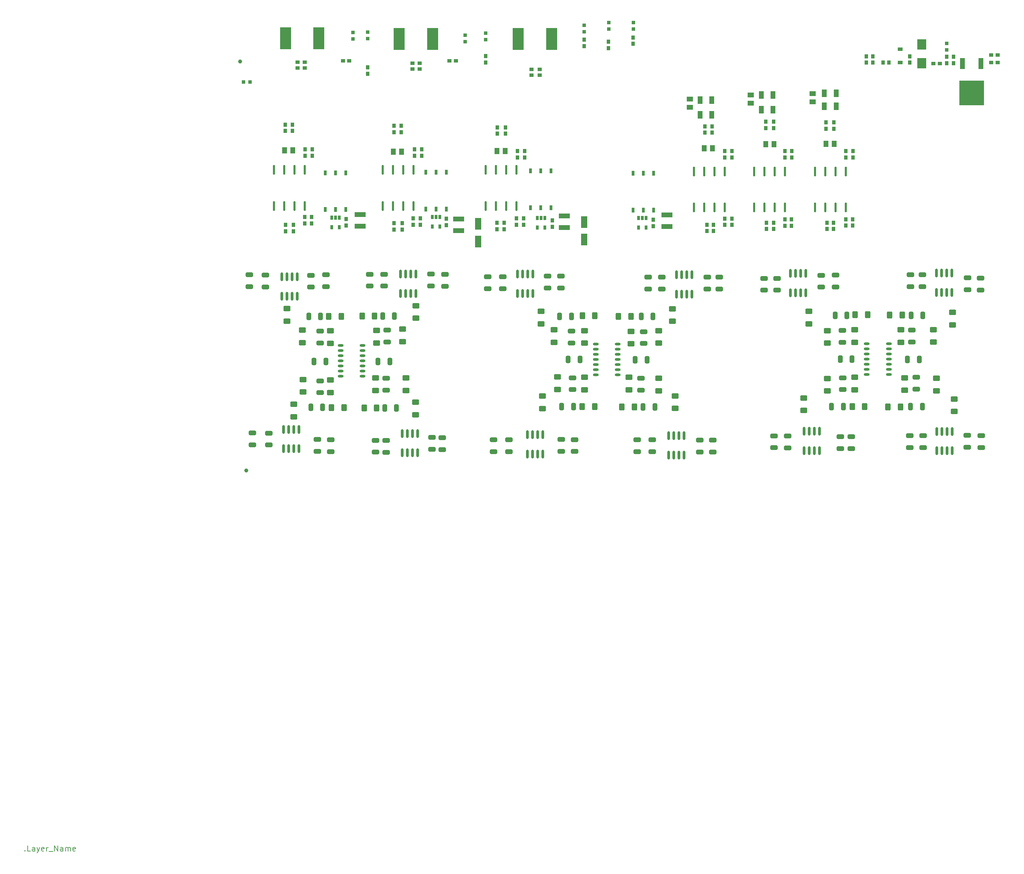
<source format=gbr>
%TF.GenerationSoftware,KiCad,Pcbnew,(5.99.0-10177-gd878cbddbc)*%
%TF.CreationDate,2021-05-05T15:51:09+02:00*%
%TF.ProjectId,TIDA-00555_E2,54494441-2d30-4303-9535-355f45322e6b,rev?*%
%TF.SameCoordinates,Original*%
%TF.FileFunction,Paste,Top*%
%TF.FilePolarity,Positive*%
%FSLAX46Y46*%
G04 Gerber Fmt 4.6, Leading zero omitted, Abs format (unit mm)*
G04 Created by KiCad (PCBNEW (5.99.0-10177-gd878cbddbc)) date 2021-05-05 15:51:09*
%MOMM*%
%LPD*%
G01*
G04 APERTURE LIST*
G04 Aperture macros list*
%AMRoundRect*
0 Rectangle with rounded corners*
0 $1 Rounding radius*
0 $2 $3 $4 $5 $6 $7 $8 $9 X,Y pos of 4 corners*
0 Add a 4 corners polygon primitive as box body*
4,1,4,$2,$3,$4,$5,$6,$7,$8,$9,$2,$3,0*
0 Add four circle primitives for the rounded corners*
1,1,$1+$1,$2,$3*
1,1,$1+$1,$4,$5*
1,1,$1+$1,$6,$7*
1,1,$1+$1,$8,$9*
0 Add four rect primitives between the rounded corners*
20,1,$1+$1,$2,$3,$4,$5,0*
20,1,$1+$1,$4,$5,$6,$7,0*
20,1,$1+$1,$6,$7,$8,$9,0*
20,1,$1+$1,$8,$9,$2,$3,0*%
G04 Aperture macros list end*
%ADD10C,0.203200*%
%ADD11R,0.939800X0.990600*%
%ADD12O,0.599999X2.200001*%
%ADD13RoundRect,0.250000X0.625000X-0.400000X0.625000X0.400000X-0.625000X0.400000X-0.625000X-0.400000X0*%
%ADD14RoundRect,0.250000X0.650000X-0.325000X0.650000X0.325000X-0.650000X0.325000X-0.650000X-0.325000X0*%
%ADD15RoundRect,0.249550X0.650450X-0.325450X0.650450X0.325450X-0.650450X0.325450X-0.650450X-0.325450X0*%
%ADD16RoundRect,0.250000X-0.650000X0.325000X-0.650000X-0.325000X0.650000X-0.325000X0.650000X0.325000X0*%
%ADD17RoundRect,0.249550X-0.650450X0.325450X-0.650450X-0.325450X0.650450X-0.325450X0.650450X0.325450X0*%
%ADD18RoundRect,0.250000X-0.400000X-0.625000X0.400000X-0.625000X0.400000X0.625000X-0.400000X0.625000X0*%
%ADD19R,0.990600X0.939800*%
%ADD20R,1.219200X0.914400*%
%ADD21RoundRect,0.249550X0.325450X0.650450X-0.325450X0.650450X-0.325450X-0.650450X0.325450X-0.650450X0*%
%ADD22RoundRect,0.250000X0.325000X0.650000X-0.325000X0.650000X-0.325000X-0.650000X0.325000X-0.650000X0*%
%ADD23RoundRect,0.250000X-0.325000X-0.650000X0.325000X-0.650000X0.325000X0.650000X-0.325000X0.650000X0*%
%ADD24RoundRect,0.250000X-0.625000X0.400000X-0.625000X-0.400000X0.625000X-0.400000X0.625000X0.400000X0*%
%ADD25R,2.692400X1.295400*%
%ADD26R,0.812800X0.812800*%
%ADD27O,0.584200X2.438400*%
%ADD28RoundRect,0.249600X-0.625400X0.400400X-0.625400X-0.400400X0.625400X-0.400400X0.625400X0.400400X0*%
%ADD29R,1.295400X1.828800*%
%ADD30RoundRect,0.250000X0.400000X0.625000X-0.400000X0.625000X-0.400000X-0.625000X0.400000X-0.625000X0*%
%ADD31R,0.635000X1.270000*%
%ADD32RoundRect,0.249600X0.625400X-0.400400X0.625400X0.400400X-0.625400X0.400400X-0.625400X-0.400400X0*%
%ADD33R,0.635000X1.092200*%
%ADD34C,0.990600*%
%ADD35R,1.270000X1.600200*%
%ADD36R,1.600200X1.270000*%
%ADD37R,2.692400X5.435600*%
%ADD38O,1.450000X0.599999*%
%ADD39R,1.574800X2.997200*%
%ADD40R,2.286000X2.540000*%
%ADD41R,1.193800X2.794000*%
%ADD42R,6.096000X6.096000*%
G04 APERTURE END LIST*
D10*
X27628508Y-229054572D02*
X27695274Y-229118048D01*
X27628508Y-229181524D01*
X27561742Y-229118048D01*
X27628508Y-229054572D01*
X27628508Y-229181524D01*
X28963822Y-229181524D02*
X28296165Y-229181524D01*
X28296165Y-227848532D01*
X30032074Y-229181524D02*
X30032074Y-228483290D01*
X29965308Y-228356338D01*
X29831777Y-228292862D01*
X29564714Y-228292862D01*
X29431182Y-228356338D01*
X30032074Y-229118048D02*
X29898542Y-229181524D01*
X29564714Y-229181524D01*
X29431182Y-229118048D01*
X29364417Y-228991096D01*
X29364417Y-228864145D01*
X29431182Y-228737193D01*
X29564714Y-228673717D01*
X29898542Y-228673717D01*
X30032074Y-228610241D01*
X30566200Y-228292862D02*
X30900028Y-229181524D01*
X31233857Y-228292862D02*
X30900028Y-229181524D01*
X30766497Y-229498903D01*
X30699731Y-229562379D01*
X30566200Y-229625854D01*
X32302108Y-229118048D02*
X32168577Y-229181524D01*
X31901514Y-229181524D01*
X31767982Y-229118048D01*
X31701217Y-228991096D01*
X31701217Y-228483290D01*
X31767982Y-228356338D01*
X31901514Y-228292862D01*
X32168577Y-228292862D01*
X32302108Y-228356338D01*
X32368874Y-228483290D01*
X32368874Y-228610241D01*
X31701217Y-228737193D01*
X32969765Y-229181524D02*
X32969765Y-228292862D01*
X32969765Y-228546766D02*
X33036531Y-228419814D01*
X33103297Y-228356338D01*
X33236828Y-228292862D01*
X33370360Y-228292862D01*
X33503891Y-229308475D02*
X34572142Y-229308475D01*
X34905971Y-229181524D02*
X34905971Y-227848532D01*
X35707160Y-229181524D01*
X35707160Y-227848532D01*
X36975708Y-229181524D02*
X36975708Y-228483290D01*
X36908942Y-228356338D01*
X36775411Y-228292862D01*
X36508348Y-228292862D01*
X36374817Y-228356338D01*
X36975708Y-229118048D02*
X36842177Y-229181524D01*
X36508348Y-229181524D01*
X36374817Y-229118048D01*
X36308051Y-228991096D01*
X36308051Y-228864145D01*
X36374817Y-228737193D01*
X36508348Y-228673717D01*
X36842177Y-228673717D01*
X36975708Y-228610241D01*
X37643365Y-229181524D02*
X37643365Y-228292862D01*
X37643365Y-228419814D02*
X37710131Y-228356338D01*
X37843662Y-228292862D01*
X38043960Y-228292862D01*
X38177491Y-228356338D01*
X38244257Y-228483290D01*
X38244257Y-229181524D01*
X38244257Y-228483290D02*
X38311022Y-228356338D01*
X38444554Y-228292862D01*
X38644851Y-228292862D01*
X38778382Y-228356338D01*
X38845148Y-228483290D01*
X38845148Y-229181524D01*
X40046931Y-229118048D02*
X39913400Y-229181524D01*
X39646337Y-229181524D01*
X39512805Y-229118048D01*
X39446040Y-228991096D01*
X39446040Y-228483290D01*
X39512805Y-228356338D01*
X39646337Y-228292862D01*
X39913400Y-228292862D01*
X40046931Y-228356338D01*
X40113697Y-228483290D01*
X40113697Y-228610241D01*
X39446040Y-228737193D01*
D11*
%TO.C,R4*%
X93786800Y-49199800D03*
X93786800Y-50774600D03*
%TD*%
%TO.C,C43*%
X217459400Y-55727600D03*
X217459400Y-57302400D03*
%TD*%
D12*
%TO.C,U31*%
X153369400Y-86195200D03*
X152099400Y-86195200D03*
X150829400Y-86195200D03*
X149559400Y-86195200D03*
X149559400Y-90995200D03*
X150829400Y-90995200D03*
X152099400Y-90995200D03*
X153369400Y-90995200D03*
%TD*%
D13*
%TO.C,R109*%
X184505600Y-103353200D03*
X184505600Y-100253200D03*
%TD*%
D12*
%TO.C,U29*%
X120980200Y-130517600D03*
X122250200Y-130517600D03*
X123520200Y-130517600D03*
X124790200Y-130517600D03*
X124790200Y-125717600D03*
X123520200Y-125717600D03*
X122250200Y-125717600D03*
X120980200Y-125717600D03*
%TD*%
D14*
%TO.C,C196*%
X199491600Y-89949200D03*
D15*
X199491600Y-86999200D03*
%TD*%
D16*
%TO.C,C24*%
X100634800Y-112672600D03*
D17*
X100634800Y-115622600D03*
%TD*%
D13*
%TO.C,R30*%
X96266000Y-103200800D03*
X96266000Y-100100800D03*
%TD*%
D14*
%TO.C,C210*%
X224739200Y-89460600D03*
D15*
X224739200Y-86510600D03*
%TD*%
D13*
%TO.C,R113*%
X184454800Y-115138800D03*
X184454800Y-112038800D03*
%TD*%
D18*
%TO.C,R50*%
X111581600Y-119380000D03*
X114681600Y-119380000D03*
%TD*%
D19*
%TO.C,FB10*%
X254050800Y-34061400D03*
X252476000Y-34061400D03*
%TD*%
D20*
%TO.C,D13*%
X244246400Y-33782000D03*
X244246400Y-30530800D03*
%TD*%
D14*
%TO.C,C222*%
X260828000Y-129135400D03*
D15*
X260828000Y-126185400D03*
%TD*%
D19*
%TO.C,FB6*%
X155051600Y-35458400D03*
X155051600Y-36931600D03*
%TD*%
D21*
%TO.C,C186*%
X117959400Y-107848400D03*
D22*
X115009400Y-107848400D03*
%TD*%
D14*
%TO.C,C223*%
X264363200Y-129186200D03*
D15*
X264363200Y-126236200D03*
%TD*%
D23*
%TO.C,C22*%
X97839000Y-96672400D03*
X100789000Y-96672400D03*
%TD*%
D11*
%TO.C,C31*%
X98739800Y-55346600D03*
X98739800Y-56921400D03*
%TD*%
D24*
%TO.C,R112*%
X188518800Y-116407600D03*
X188518800Y-119507600D03*
%TD*%
%TO.C,R42*%
X121056400Y-99846800D03*
X121056400Y-102946800D03*
%TD*%
D16*
%TO.C,C215*%
X246786400Y-86360000D03*
D17*
X246786400Y-89310000D03*
%TD*%
D25*
%TO.C,C25*%
X161096800Y-74726800D03*
X161096800Y-71831200D03*
%TD*%
D26*
%TO.C,D2*%
X108772800Y-27990800D03*
X108772800Y-26365200D03*
%TD*%
D13*
%TO.C,R46*%
X124307600Y-121082400D03*
X124307600Y-117982400D03*
%TD*%
D26*
%TO.C,D6*%
X166049800Y-26212800D03*
X166049800Y-24587200D03*
%TD*%
D24*
%TO.C,R48*%
X121920000Y-111988000D03*
X121920000Y-115088000D03*
%TD*%
D16*
%TO.C,C213*%
X213817200Y-87272600D03*
D17*
X213817200Y-90222600D03*
%TD*%
D27*
%TO.C,U5*%
X149235000Y-60426600D03*
X146695000Y-60426600D03*
X144155000Y-60426600D03*
X141615000Y-60426600D03*
X141615000Y-69367400D03*
X144155000Y-69367400D03*
X146695000Y-69367400D03*
X149235000Y-69367400D03*
%TD*%
D28*
%TO.C,R110*%
X177596800Y-100405600D03*
D24*
X177596800Y-103505600D03*
%TD*%
D27*
%TO.C,U1*%
X96834800Y-60426600D03*
X94294800Y-60426600D03*
X91754800Y-60426600D03*
X89214800Y-60426600D03*
X89214800Y-69367400D03*
X91754800Y-69367400D03*
X94294800Y-69367400D03*
X96834800Y-69367400D03*
%TD*%
D16*
%TO.C,C204*%
X179158900Y-127290300D03*
D17*
X179158900Y-130240300D03*
%TD*%
D11*
%TO.C,C56*%
X151038400Y-72415400D03*
X151038400Y-73990200D03*
%TD*%
%TO.C,C62*%
X217383200Y-72669400D03*
X217383200Y-74244200D03*
%TD*%
D14*
%TO.C,C202*%
X197904100Y-130291100D03*
D15*
X197904100Y-127341100D03*
%TD*%
D11*
%TO.C,R76*%
X255803400Y-32385000D03*
X255803400Y-33959800D03*
%TD*%
%TO.C,C38*%
X151292400Y-55727600D03*
X151292400Y-57302400D03*
%TD*%
D29*
%TO.C,R72*%
X209890200Y-41808400D03*
X212785800Y-41808400D03*
%TD*%
D25*
%TO.C,C14*%
X134934800Y-75438000D03*
X134934800Y-72542400D03*
%TD*%
D11*
%TO.C,C5*%
X107121800Y-74193400D03*
X107121800Y-72618600D03*
%TD*%
%TO.C,R26*%
X146593400Y-49860200D03*
X146593400Y-51435000D03*
%TD*%
%TO.C,R57*%
X178140200Y-27584400D03*
X178140200Y-29159200D03*
%TD*%
D30*
%TO.C,R111*%
X177622800Y-96672400D03*
X174522800Y-96672400D03*
%TD*%
D11*
%TO.C,C8*%
X149539800Y-57302400D03*
X149539800Y-55727600D03*
%TD*%
D29*
%TO.C,R84*%
X225511200Y-44627800D03*
X228406800Y-44627800D03*
%TD*%
D18*
%TO.C,R131*%
X241680400Y-96367600D03*
X244780400Y-96367600D03*
%TD*%
D22*
%TO.C,C207*%
X165000200Y-107340400D03*
D21*
X162050200Y-107340400D03*
%TD*%
D24*
%TO.C,R129*%
X252476000Y-99999200D03*
X252476000Y-103099200D03*
%TD*%
D11*
%TO.C,C3*%
X124012800Y-56921400D03*
X124012800Y-55346600D03*
%TD*%
D24*
%TO.C,R36*%
X103225600Y-112496000D03*
D28*
X103225600Y-115596000D03*
%TD*%
D13*
%TO.C,R38*%
X124409200Y-97155600D03*
X124409200Y-94055600D03*
%TD*%
D24*
%TO.C,R132*%
X220421200Y-116915600D03*
X220421200Y-120015600D03*
%TD*%
D16*
%TO.C,C212*%
X210566000Y-87272600D03*
D17*
X210566000Y-90222600D03*
%TD*%
D11*
%TO.C,C64*%
X215706800Y-74244200D03*
X215706800Y-72669400D03*
%TD*%
D14*
%TO.C,C216*%
X260961400Y-90121000D03*
D15*
X260961400Y-87171000D03*
%TD*%
D22*
%TO.C,C227*%
X232359200Y-107289600D03*
D21*
X229409200Y-107289600D03*
%TD*%
D11*
%TO.C,C52*%
X235864400Y-33832800D03*
X235864400Y-32258000D03*
%TD*%
D31*
%TO.C,T2*%
X126806800Y-70104000D03*
X129346800Y-70104000D03*
X131886800Y-70104000D03*
X131886800Y-60985400D03*
X129346800Y-60985400D03*
X126806800Y-60985400D03*
%TD*%
D27*
%TO.C,U11*%
X200847800Y-60782200D03*
X198307800Y-60782200D03*
X195767800Y-60782200D03*
X193227800Y-60782200D03*
X193227800Y-69723000D03*
X195767800Y-69723000D03*
X198307800Y-69723000D03*
X200847800Y-69723000D03*
%TD*%
D32*
%TO.C,R122*%
X166116000Y-114884800D03*
D13*
X166116000Y-111784800D03*
%TD*%
D16*
%TO.C,C164*%
X248208800Y-111809000D03*
D17*
X248208800Y-114759000D03*
%TD*%
D16*
%TO.C,C48*%
X163169600Y-111910600D03*
D17*
X163169600Y-114860600D03*
%TD*%
D25*
%TO.C,C50*%
X186547600Y-74472800D03*
X186547600Y-71577200D03*
%TD*%
D14*
%TO.C,C35*%
X117246400Y-103075000D03*
D15*
X117246400Y-100125000D03*
%TD*%
D22*
%TO.C,C29*%
X101297000Y-119227600D03*
X98347000Y-119227600D03*
%TD*%
D11*
%TO.C,C19*%
X230819800Y-57302400D03*
X230819800Y-55727600D03*
%TD*%
D14*
%TO.C,C191*%
X157001600Y-89663800D03*
D15*
X157001600Y-86713800D03*
%TD*%
D27*
%TO.C,U12*%
X215706800Y-60782200D03*
X213166800Y-60782200D03*
X210626800Y-60782200D03*
X208086800Y-60782200D03*
X208086800Y-69723000D03*
X210626800Y-69723000D03*
X213166800Y-69723000D03*
X215706800Y-69723000D03*
%TD*%
D19*
%TO.C,C66*%
X266827000Y-33807400D03*
X268401800Y-33807400D03*
%TD*%
D31*
%TO.C,T1*%
X101914800Y-70231000D03*
X104454800Y-70231000D03*
X106994800Y-70231000D03*
X106994800Y-61112400D03*
X104454800Y-61112400D03*
X101914800Y-61112400D03*
%TD*%
D19*
%TO.C,FB5*%
X153019600Y-35458400D03*
X153019600Y-36931600D03*
%TD*%
D11*
%TO.C,FB7*%
X241477800Y-33782000D03*
X240004600Y-33782000D03*
%TD*%
D12*
%TO.C,U36*%
X220903800Y-86042800D03*
X219633800Y-86042800D03*
X218363800Y-86042800D03*
X217093800Y-86042800D03*
X217093800Y-90842800D03*
X218363800Y-90842800D03*
X219633800Y-90842800D03*
X220903800Y-90842800D03*
%TD*%
D23*
%TO.C,C41*%
X180592200Y-119176800D03*
X183542200Y-119176800D03*
%TD*%
D14*
%TO.C,C158*%
X229971600Y-103125800D03*
D15*
X229971600Y-100175800D03*
%TD*%
D33*
%TO.C,U4*%
X130286600Y-72085200D03*
X129346800Y-72085200D03*
X128407000Y-72085200D03*
X128407000Y-74472800D03*
X130286600Y-74472800D03*
%TD*%
D30*
%TO.C,R115*%
X178486400Y-119176800D03*
X175386400Y-119176800D03*
%TD*%
D33*
%TO.C,U10*%
X181391400Y-72339200D03*
X180451600Y-72339200D03*
X179511800Y-72339200D03*
X179511800Y-74726800D03*
X181391400Y-74726800D03*
%TD*%
D14*
%TO.C,C183*%
X130911600Y-129694200D03*
D15*
X130911600Y-126744200D03*
%TD*%
D16*
%TO.C,C219*%
X213055200Y-126303500D03*
D17*
X213055200Y-129253500D03*
%TD*%
D34*
%TO.C,FID1*%
X80832800Y-33528000D03*
%TD*%
D11*
%TO.C,R12*%
X118932800Y-73634600D03*
X118932800Y-75209400D03*
%TD*%
D34*
%TO.C,FID2*%
X82423000Y-134874000D03*
%TD*%
D16*
%TO.C,C194*%
X181864000Y-86946600D03*
D17*
X181864000Y-89896600D03*
%TD*%
D11*
%TO.C,R3*%
X92135800Y-74015600D03*
X92135800Y-75590400D03*
%TD*%
D33*
%TO.C,U2*%
X105394600Y-72212200D03*
X104454800Y-72212200D03*
X103515000Y-72212200D03*
X103515000Y-74599800D03*
X105394600Y-74599800D03*
%TD*%
D12*
%TO.C,U33*%
X192709800Y-86398400D03*
X191439800Y-86398400D03*
X190169800Y-86398400D03*
X188899800Y-86398400D03*
X188899800Y-91198400D03*
X190169800Y-91198400D03*
X191439800Y-91198400D03*
X192709800Y-91198400D03*
%TD*%
D22*
%TO.C,C37*%
X119585000Y-119380000D03*
X116635000Y-119380000D03*
%TD*%
D11*
%TO.C,C70*%
X230845200Y-74218800D03*
X230845200Y-72644000D03*
%TD*%
D12*
%TO.C,U28*%
X124354200Y-86246000D03*
X123084200Y-86246000D03*
X121814200Y-86246000D03*
X120544200Y-86246000D03*
X120544200Y-91046000D03*
X121814200Y-91046000D03*
X123084200Y-91046000D03*
X124354200Y-91046000D03*
%TD*%
D14*
%TO.C,C197*%
X196545200Y-89949200D03*
D15*
X196545200Y-86999200D03*
%TD*%
D35*
%TO.C,C2*%
X93913800Y-55575200D03*
X91881800Y-55575200D03*
%TD*%
D11*
%TO.C,R86*%
X225917600Y-48615600D03*
X225917600Y-50190400D03*
%TD*%
D26*
%TO.C,D11*%
X178191000Y-25501600D03*
X178191000Y-23876000D03*
%TD*%
D13*
%TO.C,R118*%
X166116000Y-103353200D03*
D32*
X166116000Y-100253200D03*
%TD*%
D35*
%TO.C,C61*%
X213039800Y-54076600D03*
X211007800Y-54076600D03*
%TD*%
D12*
%TO.C,U37*%
X257024400Y-85941200D03*
X255754400Y-85941200D03*
X254484400Y-85941200D03*
X253214400Y-85941200D03*
X253214400Y-90741200D03*
X254484400Y-90741200D03*
X255754400Y-90741200D03*
X257024400Y-90741200D03*
%TD*%
D11*
%TO.C,C54*%
X125460600Y-72415400D03*
X125460600Y-73990200D03*
%TD*%
D13*
%TO.C,R125*%
X226263200Y-103353200D03*
X226263200Y-100253200D03*
%TD*%
D35*
%TO.C,C9*%
X120863200Y-55880000D03*
X118831200Y-55880000D03*
%TD*%
D11*
%TO.C,R7*%
X112455800Y-35026600D03*
X112455800Y-36601400D03*
%TD*%
D25*
%TO.C,C6*%
X110550800Y-74345800D03*
X110550800Y-71450200D03*
%TD*%
D16*
%TO.C,C225*%
X249936000Y-126287000D03*
D17*
X249936000Y-129237000D03*
%TD*%
D21*
%TO.C,C206*%
X181611800Y-107442000D03*
D22*
X178661800Y-107442000D03*
%TD*%
D28*
%TO.C,R126*%
X232968800Y-100050000D03*
D24*
X232968800Y-103150000D03*
%TD*%
D14*
%TO.C,C200*%
X160354400Y-130177400D03*
D15*
X160354400Y-127227400D03*
%TD*%
D18*
%TO.C,R139*%
X241223200Y-119126000D03*
X244323200Y-119126000D03*
%TD*%
D16*
%TO.C,C172*%
X83180800Y-86358200D03*
D17*
X83180800Y-89308200D03*
%TD*%
D11*
%TO.C,C11*%
X200847800Y-57302400D03*
X200847800Y-55727600D03*
%TD*%
%TO.C,R5*%
X94040800Y-74015600D03*
X94040800Y-75590400D03*
%TD*%
D12*
%TO.C,U38*%
X220497400Y-129958800D03*
X221767400Y-129958800D03*
X223037400Y-129958800D03*
X224307400Y-129958800D03*
X224307400Y-125158800D03*
X223037400Y-125158800D03*
X221767400Y-125158800D03*
X220497400Y-125158800D03*
%TD*%
D13*
%TO.C,R116*%
X155346400Y-98578000D03*
X155346400Y-95478000D03*
%TD*%
D11*
%TO.C,C45*%
X98587400Y-72110600D03*
X98587400Y-73685400D03*
%TD*%
D14*
%TO.C,C220*%
X229463600Y-129440200D03*
D15*
X229463600Y-126490200D03*
%TD*%
D16*
%TO.C,C156*%
X180086000Y-112063000D03*
D17*
X180086000Y-115013000D03*
%TD*%
D12*
%TO.C,U26*%
X94970600Y-86906400D03*
X93700600Y-86906400D03*
X92430600Y-86906400D03*
X91160600Y-86906400D03*
X91160600Y-91706400D03*
X92430600Y-91706400D03*
X93700600Y-91706400D03*
X94970600Y-91706400D03*
%TD*%
D14*
%TO.C,C170*%
X98399600Y-89460600D03*
D15*
X98399600Y-86510600D03*
%TD*%
D24*
%TO.C,R114*%
X177088800Y-111784800D03*
D28*
X177088800Y-114884800D03*
%TD*%
D11*
%TO.C,R77*%
X212912800Y-48463200D03*
X212912800Y-50038000D03*
%TD*%
D19*
%TO.C,C65*%
X266827000Y-31902400D03*
X268401800Y-31902400D03*
%TD*%
D11*
%TO.C,R55*%
X172018800Y-28676600D03*
X172018800Y-30251400D03*
%TD*%
D14*
%TO.C,C40*%
X162864800Y-103278200D03*
D15*
X162864800Y-100328200D03*
%TD*%
D11*
%TO.C,C13*%
X131886800Y-74066400D03*
X131886800Y-72491600D03*
%TD*%
D16*
%TO.C,C214*%
X249783600Y-86409000D03*
D17*
X249783600Y-89359000D03*
%TD*%
D16*
%TO.C,C224*%
X246634000Y-126287000D03*
D17*
X246634000Y-129237000D03*
%TD*%
D36*
%TO.C,R59*%
X192211800Y-42849800D03*
X192211800Y-44881800D03*
%TD*%
D26*
%TO.C,D1*%
X81671000Y-38608000D03*
X83296600Y-38608000D03*
%TD*%
D37*
%TO.C,R22*%
X149717600Y-27940000D03*
X157998000Y-27940000D03*
%TD*%
D12*
%TO.C,U32*%
X151968200Y-130822400D03*
X153238200Y-130822400D03*
X154508200Y-130822400D03*
X155778200Y-130822400D03*
X155778200Y-126022400D03*
X154508200Y-126022400D03*
X153238200Y-126022400D03*
X151968200Y-126022400D03*
%TD*%
D11*
%TO.C,C1*%
X96961800Y-56921400D03*
X96961800Y-55346600D03*
%TD*%
%TO.C,R65*%
X197672800Y-49606200D03*
X197672800Y-51181000D03*
%TD*%
D12*
%TO.C,U39*%
X253284200Y-130009600D03*
X254554200Y-130009600D03*
X255824200Y-130009600D03*
X257094200Y-130009600D03*
X257094200Y-125209600D03*
X255824200Y-125209600D03*
X254554200Y-125209600D03*
X253284200Y-125209600D03*
%TD*%
D14*
%TO.C,C211*%
X228295200Y-89409800D03*
D15*
X228295200Y-86459800D03*
%TD*%
D19*
%TO.C,FB4*%
X125333600Y-33934400D03*
X125333600Y-35407600D03*
%TD*%
D14*
%TO.C,C171*%
X102108000Y-89359000D03*
D15*
X102108000Y-86409000D03*
%TD*%
D19*
%TO.C,FB2*%
X96885600Y-33680400D03*
X96885600Y-35153600D03*
%TD*%
D11*
%TO.C,R23*%
X144459800Y-73507600D03*
X144459800Y-75082400D03*
%TD*%
D22*
%TO.C,C155*%
X162917400Y-96723200D03*
X159967400Y-96723200D03*
%TD*%
D26*
%TO.C,D4*%
X136585800Y-28625800D03*
X136585800Y-27000200D03*
%TD*%
D11*
%TO.C,R15*%
X120964800Y-73634600D03*
X120964800Y-75209400D03*
%TD*%
D16*
%TO.C,C184*%
X114350800Y-127404600D03*
D17*
X114350800Y-130354600D03*
%TD*%
D14*
%TO.C,C180*%
X100025200Y-130151400D03*
D15*
X100025200Y-127201400D03*
%TD*%
D18*
%TO.C,R123*%
X165531200Y-119024400D03*
X168631200Y-119024400D03*
%TD*%
D11*
%TO.C,R74*%
X211007800Y-48463200D03*
X211007800Y-50038000D03*
%TD*%
D16*
%TO.C,C199*%
X143590400Y-127278200D03*
D17*
X143590400Y-130228200D03*
%TD*%
D35*
%TO.C,C55*%
X197799800Y-55092600D03*
X195767800Y-55092600D03*
%TD*%
D37*
%TO.C,R9*%
X120253600Y-27940000D03*
X128534000Y-27940000D03*
%TD*%
D16*
%TO.C,C205*%
X182867300Y-127290300D03*
D17*
X182867300Y-130240300D03*
%TD*%
D29*
%TO.C,R85*%
X225511200Y-41402000D03*
X228406800Y-41402000D03*
%TD*%
D14*
%TO.C,C177*%
X131542400Y-89257400D03*
D15*
X131542400Y-86307400D03*
%TD*%
D36*
%TO.C,R83*%
X222615600Y-41478200D03*
X222615600Y-43510200D03*
%TD*%
D24*
%TO.C,R134*%
X232968800Y-111809600D03*
D28*
X232968800Y-114909600D03*
%TD*%
D26*
%TO.C,D3*%
X112455800Y-26289000D03*
X112455800Y-27914600D03*
%TD*%
%TO.C,D9*%
X172095000Y-23901400D03*
X172095000Y-25527000D03*
%TD*%
D11*
%TO.C,C53*%
X237515400Y-33832800D03*
X237515400Y-32258000D03*
%TD*%
%TO.C,C58*%
X246659400Y-33832800D03*
X246659400Y-32258000D03*
%TD*%
D22*
%TO.C,C163*%
X230227400Y-119024400D03*
X227277400Y-119024400D03*
%TD*%
D11*
%TO.C,C67*%
X232521600Y-72644000D03*
X232521600Y-74218800D03*
%TD*%
%TO.C,R63*%
X195894800Y-49606200D03*
X195894800Y-51181000D03*
%TD*%
D24*
%TO.C,R124*%
X221691200Y-95478000D03*
X221691200Y-98578000D03*
%TD*%
D11*
%TO.C,R64*%
X196402800Y-73990200D03*
X196402800Y-75565000D03*
%TD*%
D13*
%TO.C,R120*%
X155702000Y-119558400D03*
X155702000Y-116458400D03*
%TD*%
D21*
%TO.C,C226*%
X249023400Y-107340400D03*
D22*
X246073400Y-107340400D03*
%TD*%
D11*
%TO.C,R75*%
X211134800Y-73482200D03*
X211134800Y-75057000D03*
%TD*%
D24*
%TO.C,R137*%
X253238000Y-112038800D03*
X253238000Y-115138800D03*
%TD*%
D19*
%TO.C,FB3*%
X123555600Y-33934400D03*
X123555600Y-35407600D03*
%TD*%
D16*
%TO.C,C174*%
X116476000Y-86256600D03*
D17*
X116476000Y-89206600D03*
%TD*%
D30*
%TO.C,R135*%
X235484000Y-119024400D03*
X232384000Y-119024400D03*
%TD*%
D16*
%TO.C,C185*%
X117043200Y-127455400D03*
D17*
X117043200Y-130405400D03*
%TD*%
D14*
%TO.C,C182*%
X128371600Y-129643400D03*
D15*
X128371600Y-126693400D03*
%TD*%
D30*
%TO.C,R32*%
X105893200Y-96672400D03*
X102793200Y-96672400D03*
%TD*%
D24*
%TO.C,R117*%
X158597600Y-100050000D03*
X158597600Y-103150000D03*
%TD*%
D29*
%TO.C,R61*%
X194701000Y-46786800D03*
X197596600Y-46786800D03*
%TD*%
D11*
%TO.C,C12*%
X123733400Y-73990200D03*
X123733400Y-72415400D03*
%TD*%
D14*
%TO.C,C21*%
X100685600Y-103278200D03*
D15*
X100685600Y-100328200D03*
%TD*%
D37*
%TO.C,R1*%
X92085000Y-27813000D03*
X100365400Y-27813000D03*
%TD*%
D13*
%TO.C,R43*%
X114604800Y-103302400D03*
D32*
X114604800Y-100202400D03*
%TD*%
D12*
%TO.C,U34*%
X186969400Y-131076400D03*
X188239400Y-131076400D03*
X189509400Y-131076400D03*
X190779400Y-131076400D03*
X190779400Y-126276400D03*
X189509400Y-126276400D03*
X188239400Y-126276400D03*
X186969400Y-126276400D03*
%TD*%
D38*
%TO.C,U25*%
X105732999Y-103936800D03*
X105732999Y-105206800D03*
X105732999Y-106476800D03*
X105732999Y-107746800D03*
X105732999Y-109016800D03*
X105732999Y-110286800D03*
X105732999Y-111556800D03*
X111182998Y-111556800D03*
X111182998Y-110286800D03*
X111182998Y-109016800D03*
X111182998Y-107746800D03*
X111182998Y-106476800D03*
X111182998Y-105206800D03*
X111182998Y-103936800D03*
%TD*%
D11*
%TO.C,R66*%
X198053800Y-73990200D03*
X198053800Y-75565000D03*
%TD*%
D13*
%TO.C,R35*%
X96418400Y-115443600D03*
X96418400Y-112343600D03*
%TD*%
D14*
%TO.C,C201*%
X163677600Y-130181000D03*
D15*
X163677600Y-127231000D03*
%TD*%
D16*
%TO.C,C192*%
X145876400Y-86917000D03*
D17*
X145876400Y-89867000D03*
%TD*%
D16*
%TO.C,C173*%
X87092400Y-86459800D03*
D17*
X87092400Y-89409800D03*
%TD*%
D39*
%TO.C,C28*%
X166024400Y-73329800D03*
X166024400Y-77698600D03*
%TD*%
D11*
%TO.C,R25*%
X146237800Y-73507600D03*
X146237800Y-75082400D03*
%TD*%
D29*
%TO.C,R60*%
X194701000Y-43103800D03*
X197596600Y-43103800D03*
%TD*%
D12*
%TO.C,U27*%
X91617800Y-129501600D03*
X92887800Y-129501600D03*
X94157800Y-129501600D03*
X95427800Y-129501600D03*
X95427800Y-124701600D03*
X94157800Y-124701600D03*
X92887800Y-124701600D03*
X91617800Y-124701600D03*
%TD*%
D11*
%TO.C,C49*%
X183118600Y-74320400D03*
X183118600Y-72745600D03*
%TD*%
%TO.C,R24*%
X144561400Y-49860200D03*
X144561400Y-51435000D03*
%TD*%
D35*
%TO.C,C18*%
X146466400Y-55727600D03*
X144434400Y-55727600D03*
%TD*%
D32*
%TO.C,R49*%
X114350800Y-115088000D03*
D13*
X114350800Y-111988000D03*
%TD*%
%TO.C,R130*%
X244449600Y-103150000D03*
D32*
X244449600Y-100050000D03*
%TD*%
D38*
%TO.C,U30*%
X168877399Y-103581200D03*
X168877399Y-104851200D03*
X168877399Y-106121200D03*
X168877399Y-107391200D03*
X168877399Y-108661200D03*
X168877399Y-109931200D03*
X168877399Y-111201200D03*
X174327398Y-111201200D03*
X174327398Y-109931200D03*
X174327398Y-108661200D03*
X174327398Y-107391200D03*
X174327398Y-106121200D03*
X174327398Y-104851200D03*
X174327398Y-103581200D03*
%TD*%
D40*
%TO.C,C59*%
X249580400Y-34010600D03*
X249580400Y-29286200D03*
%TD*%
D35*
%TO.C,C68*%
X227949600Y-53975000D03*
X225917600Y-53975000D03*
%TD*%
D19*
%TO.C,FB1*%
X95107600Y-33680400D03*
X95107600Y-35153600D03*
%TD*%
D11*
%TO.C,C42*%
X202575000Y-55727600D03*
X202575000Y-57302400D03*
%TD*%
D23*
%TO.C,C160*%
X246937000Y-96418400D03*
X249887000Y-96418400D03*
%TD*%
D14*
%TO.C,C161*%
X247142000Y-103024200D03*
D15*
X247142000Y-100074200D03*
%TD*%
D11*
%TO.C,R33*%
X166049800Y-28168600D03*
X166049800Y-29743400D03*
%TD*%
D17*
%TO.C,C36*%
X117043200Y-112063000D03*
X117043200Y-115013000D03*
%TD*%
D13*
%TO.C,R136*%
X257606800Y-120269600D03*
X257606800Y-117169600D03*
%TD*%
D14*
%TO.C,C190*%
X160303600Y-89663800D03*
D15*
X160303600Y-86713800D03*
%TD*%
D14*
%TO.C,C217*%
X264160000Y-90171800D03*
D15*
X264160000Y-87221800D03*
%TD*%
D14*
%TO.C,C221*%
X232156000Y-129440200D03*
D15*
X232156000Y-126490200D03*
%TD*%
D11*
%TO.C,C17*%
X215706800Y-57302400D03*
X215706800Y-55727600D03*
%TD*%
D23*
%TO.C,C34*%
X116127000Y-96621600D03*
X119077000Y-96621600D03*
%TD*%
D16*
%TO.C,C162*%
X230022400Y-111910600D03*
D17*
X230022400Y-114860600D03*
%TD*%
D26*
%TO.C,D14*%
X255803400Y-29057600D03*
X255803400Y-30683200D03*
%TD*%
D16*
%TO.C,C175*%
X112920000Y-86256600D03*
D17*
X112920000Y-89206600D03*
%TD*%
D11*
%TO.C,C23*%
X158201200Y-74498200D03*
X158201200Y-72923400D03*
%TD*%
D24*
%TO.C,R29*%
X92456000Y-94766800D03*
X92456000Y-97866800D03*
%TD*%
D30*
%TO.C,R37*%
X106604400Y-119278400D03*
X103504400Y-119278400D03*
%TD*%
D24*
%TO.C,R121*%
X159461200Y-111734000D03*
X159461200Y-114834000D03*
%TD*%
D18*
%TO.C,R45*%
X111073600Y-96621600D03*
X114173600Y-96621600D03*
%TD*%
D24*
%TO.C,R34*%
X94132400Y-118490400D03*
X94132400Y-121590400D03*
%TD*%
D11*
%TO.C,R14*%
X120736200Y-49504600D03*
X120736200Y-51079400D03*
%TD*%
%TO.C,C33*%
X125790800Y-55346600D03*
X125790800Y-56921400D03*
%TD*%
D22*
%TO.C,C39*%
X183085000Y-96672400D03*
X180135000Y-96672400D03*
%TD*%
D23*
%TO.C,C157*%
X160424600Y-119024400D03*
X163374600Y-119024400D03*
%TD*%
D22*
%TO.C,C165*%
X249734600Y-119075200D03*
X246784600Y-119075200D03*
%TD*%
D11*
%TO.C,C57*%
X200847800Y-74041000D03*
X200847800Y-72466200D03*
%TD*%
D36*
%TO.C,R71*%
X207274000Y-41833800D03*
X207274000Y-43865800D03*
%TD*%
D30*
%TO.C,R127*%
X236195200Y-96316800D03*
X233095200Y-96316800D03*
%TD*%
D27*
%TO.C,U14*%
X230819800Y-60782200D03*
X228279800Y-60782200D03*
X225739800Y-60782200D03*
X223199800Y-60782200D03*
X223199800Y-69723000D03*
X225739800Y-69723000D03*
X228279800Y-69723000D03*
X230819800Y-69723000D03*
%TD*%
D39*
%TO.C,C16*%
X139760800Y-73761600D03*
X139760800Y-78130400D03*
%TD*%
D14*
%TO.C,C203*%
X194631700Y-130291100D03*
D15*
X194631700Y-127341100D03*
%TD*%
D11*
%TO.C,C20*%
X149311200Y-73990200D03*
X149311200Y-72415400D03*
%TD*%
%TO.C,C44*%
X232572400Y-55727600D03*
X232572400Y-57302400D03*
%TD*%
D32*
%TO.C,R138*%
X245364000Y-115037200D03*
D13*
X245364000Y-111937200D03*
%TD*%
D19*
%TO.C,R19*%
X134249000Y-33401000D03*
X132674200Y-33401000D03*
%TD*%
D26*
%TO.C,D5*%
X141665800Y-26492200D03*
X141665800Y-28117800D03*
%TD*%
D14*
%TO.C,C154*%
X180746400Y-103430600D03*
D15*
X180746400Y-100480600D03*
%TD*%
D38*
%TO.C,U35*%
X236002401Y-103479600D03*
X236002401Y-104749600D03*
X236002401Y-106019600D03*
X236002401Y-107289600D03*
X236002401Y-108559600D03*
X236002401Y-109829600D03*
X236002401Y-111099600D03*
X241452400Y-111099600D03*
X241452400Y-109829600D03*
X241452400Y-108559600D03*
X241452400Y-107289600D03*
X241452400Y-106019600D03*
X241452400Y-104749600D03*
X241452400Y-103479600D03*
%TD*%
D24*
%TO.C,R108*%
X187858400Y-94817600D03*
X187858400Y-97917600D03*
%TD*%
D29*
%TO.C,R73*%
X209890200Y-45491400D03*
X212785800Y-45491400D03*
%TD*%
D11*
%TO.C,R88*%
X227771800Y-73482200D03*
X227771800Y-75057000D03*
%TD*%
%TO.C,R2*%
X92008800Y-49199800D03*
X92008800Y-50774600D03*
%TD*%
%TO.C,R78*%
X212912800Y-73482200D03*
X212912800Y-75057000D03*
%TD*%
D41*
%TO.C,U13*%
X264287000Y-34061400D03*
D42*
X262001000Y-41325800D03*
D41*
X259715000Y-34061400D03*
%TD*%
D27*
%TO.C,U3*%
X123758800Y-60426600D03*
X121218800Y-60426600D03*
X118678800Y-60426600D03*
X116138800Y-60426600D03*
X116138800Y-69367400D03*
X118678800Y-69367400D03*
X121218800Y-69367400D03*
X123758800Y-69367400D03*
%TD*%
D16*
%TO.C,C179*%
X83870800Y-125575800D03*
D17*
X83870800Y-128525800D03*
%TD*%
D11*
%TO.C,C4*%
X96834800Y-73685400D03*
X96834800Y-72110600D03*
%TD*%
D14*
%TO.C,C181*%
X103276400Y-130202200D03*
D15*
X103276400Y-127252200D03*
%TD*%
D28*
%TO.C,R31*%
X103225600Y-100304000D03*
D24*
X103225600Y-103404000D03*
%TD*%
D33*
%TO.C,U6*%
X156321600Y-72288400D03*
X155381800Y-72288400D03*
X154442000Y-72288400D03*
X154442000Y-74676000D03*
X156321600Y-74676000D03*
%TD*%
D16*
%TO.C,C198*%
X147400400Y-127278200D03*
D17*
X147400400Y-130228200D03*
%TD*%
D11*
%TO.C,R11*%
X118958200Y-49504600D03*
X118958200Y-51079400D03*
%TD*%
%TO.C,R21*%
X141665800Y-32232600D03*
X141665800Y-33807400D03*
%TD*%
D19*
%TO.C,R6*%
X107909200Y-33401000D03*
X106334400Y-33401000D03*
%TD*%
D13*
%TO.C,R133*%
X226263200Y-115189600D03*
X226263200Y-112089600D03*
%TD*%
D23*
%TO.C,C159*%
X228141000Y-96418400D03*
X231091000Y-96418400D03*
%TD*%
D16*
%TO.C,C178*%
X87985600Y-125626600D03*
D17*
X87985600Y-128576600D03*
%TD*%
D11*
%TO.C,R89*%
X227822600Y-48615600D03*
X227822600Y-50190400D03*
%TD*%
%TO.C,C63*%
X257454400Y-33959800D03*
X257454400Y-32385000D03*
%TD*%
D16*
%TO.C,C195*%
X185216800Y-86997400D03*
D17*
X185216800Y-89947400D03*
%TD*%
D11*
%TO.C,R87*%
X226120800Y-73482200D03*
X226120800Y-75057000D03*
%TD*%
D16*
%TO.C,C193*%
X142168000Y-86864400D03*
D17*
X142168000Y-89814400D03*
%TD*%
D31*
%TO.C,T3*%
X152740200Y-69799200D03*
X155280200Y-69799200D03*
X157820200Y-69799200D03*
X157820200Y-60680600D03*
X155280200Y-60680600D03*
X152740200Y-60680600D03*
%TD*%
D14*
%TO.C,C176*%
X128088000Y-89155800D03*
D15*
X128088000Y-86205800D03*
%TD*%
D13*
%TO.C,R128*%
X257200400Y-98832000D03*
X257200400Y-95732000D03*
%TD*%
D31*
%TO.C,T5*%
X178165600Y-70358000D03*
X180705600Y-70358000D03*
X183245600Y-70358000D03*
X183245600Y-61239400D03*
X180705600Y-61239400D03*
X178165600Y-61239400D03*
%TD*%
D11*
%TO.C,C60*%
X202575000Y-72466200D03*
X202575000Y-74041000D03*
%TD*%
D22*
%TO.C,C187*%
X102109800Y-107848400D03*
D21*
X99159800Y-107848400D03*
%TD*%
D18*
%TO.C,R119*%
X165582000Y-96520000D03*
X168682000Y-96520000D03*
%TD*%
D16*
%TO.C,C218*%
X216408000Y-126354300D03*
D17*
X216408000Y-129304300D03*
%TD*%
M02*

</source>
